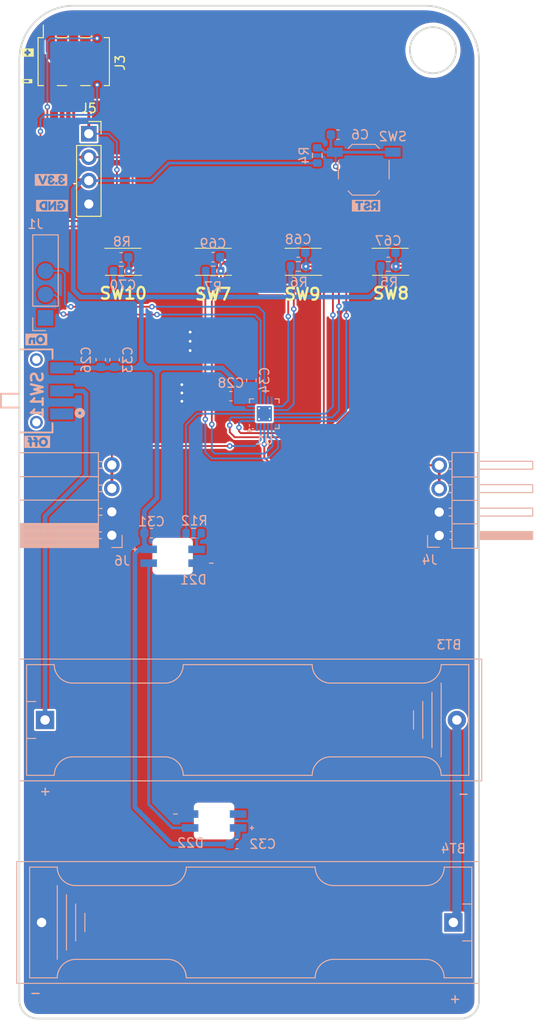
<source format=kicad_pcb>
(kicad_pcb (version 20241229) (generator "pcbnew") (generator_version "9.0")
  (layers (0 "F.Cu" signal) (2 "B.Cu" signal) (13 "F.Paste" user) (15 "B.Paste" user) (5 "F.SilkS" user "F.Silkscreen") (7 "B.SilkS" user "B.Silkscreen") (1 "F.Mask" user) (3 "B.Mask" user) (25 "Edge.Cuts" user))
  (net 0 "")
  (net 1 "GND")
  (net 2 "+3.3V")
  (net 3 "Net-(BT3--)")
  (net 4 "/NTST")
  (net 5 "VBUS")
  (net 6 "/SWDIO")
  (net 7 "/SWCLK")
  (net 8 "/RX")
  (net 9 "/SDA")
  (net 10 "/SCL")
  (net 11 "/GPIO1")
  (net 12 "/GPIO2")
  (net 13 "+BATT")
  (net 14 "/TX")
  (net 15 "/BTTN1")
  (net 16 "/BTTN2")
  (net 17 "/BTTN3")
  (net 18 "/BTTN4")
  (net 20 "/NEO")
  (net 21 "Net-(D21-DIN)")
  (net 23 "Net-(D21-DOUT)")
  (footprint "Footprints:TS1088R02026" (layer "F.Cu") (at 124.735 66.38)
    (property "Reference" "SW10" (at 0 3.42 0) (layer "F.SilkS") (effects (font (size 1.27 1.27) (thickness 0.254))))
    (property "Value" "SW_Push" (hide yes))
    (pad "1" smd rect (at -2.225 0) (size 1.05 2) (layers "F.Cu" "F.Mask" "F.Paste") (net 1 "GND"))
    (pad "2" smd rect (at 2.225 0) (size 1.05 2) (layers "F.Cu" "F.Mask" "F.Paste") (net 18 "/BTTN4"))
  )
  (footprint "kibuzzard-684312EA" (layer "F.Cu") (at 114.4 43.7)
    (property "Reference" "kibuzzard-684312EA" (hide yes))
    (property "Value" "G***" (hide yes))
  )
  (footprint "Footprints:TS1088R02026" (layer "F.Cu") (at 144.285 66.38)
    (property "Reference" "SW9" (at -0.085 3.52 0) (layer "F.SilkS") (effects (font (size 1.27 1.27) (thickness 0.254))))
    (property "Value" "SW_Push" (hide yes))
    (pad "1" smd rect (at -2.225 0) (size 1.05 2) (layers "F.Cu" "F.Mask" "F.Paste") (net 1 "GND"))
    (pad "2" smd rect (at 2.225 0) (size 1.05 2) (layers "F.Cu" "F.Mask" "F.Paste") (net 16 "/BTTN2"))
  )
  (footprint "Connector_PinSocket_2.54mm:PinSocket_1x04_P2.54mm_Vertical" (layer "F.Cu") (at 121 52.5)
    (property "Reference" "J5" (at 0 -2.77 0) (layer "F.SilkS"))
    (property "Value" "I2C")
    (pad "1" thru_hole rect (at 0 0) (size 1.7 1.7) (drill 1) (layers "*.Cu" "*.Mask") (net 9 "/SDA"))
    (pad "2" thru_hole circle (at 0 2.54) (size 1.7 1.7) (drill 1) (layers "*.Cu" "*.Mask") (net 10 "/SCL"))
    (pad "3" thru_hole circle (at 0 5.08) (size 1.7 1.7) (drill 1) (layers "*.Cu" "*.Mask") (net 2 "+3.3V"))
    (pad "4" thru_hole circle (at 0 7.62) (size 1.7 1.7) (drill 1) (layers "*.Cu" "*.Mask") (net 1 "GND"))
  )
  (footprint "Footprints:TS1088R02026" (layer "F.Cu") (at 153.735 66.38)
    (property "Reference" "SW8" (at 0.065 3.42 0) (layer "F.SilkS") (effects (font (size 1.27 1.27) (thickness 0.254))))
    (property "Value" "SW_Push" (hide yes))
    (pad "1" smd rect (at -2.225 0) (size 1.05 2) (layers "F.Cu" "F.Mask" "F.Paste") (net 1 "GND"))
    (pad "2" smd rect (at 2.225 0) (size 1.05 2) (layers "F.Cu" "F.Mask" "F.Paste") (net 15 "/BTTN1"))
  )
  (footprint "kibuzzard-684312F6" (layer "F.Cu") (at 114.3 46.8)
    (property "Reference" "kibuzzard-684312F6" (hide yes))
    (property "Value" "G***" (hide yes))
  )
  (footprint "Footprints:TS1088R02026" (layer "F.Cu") (at 134.51 66.38)
    (property "Reference" "SW7" (at -0.01 3.52 0) (layer "F.SilkS") (effects (font (size 1.27 1.27) (thickness 0.254))))
    (property "Value" "SW_Push" (hide yes))
    (pad "1" smd rect (at -2.225 0) (size 1.05 2) (layers "F.Cu" "F.Mask" "F.Paste") (net 1 "GND"))
    (pad "2" smd rect (at 2.225 0) (size 1.05 2) (layers "F.Cu" "F.Mask" "F.Paste") (net 17 "/BTTN3"))
  )
  (footprint "Connector_PinSocket_2.54mm:PinSocket_2x03_P2.54mm_Vertical_SMD" (layer "F.Cu") (at 119.36125 44.68 90)
    (property "Reference" "J3" (at -0.12 5.03875 90) (layer "F.SilkS"))
    (property "Value" "ADDON")
    (pad "1" smd rect (at 2.52 -2.54 90) (size 3 1) (layers "F.Cu" "F.Mask" "F.Paste") (net 2 "+3.3V"))
    (pad "2" smd rect (at -2.52 -2.54 90) (size 3 1) (layers "F.Cu" "F.Mask" "F.Paste") (net 1 "GND"))
    (pad "3" smd rect (at 2.52 0 90) (size 3 1) (layers "F.Cu" "F.Mask" "F.Paste") (net 9 "/SDA"))
    (pad "4" smd rect (at -2.52 0 90) (size 3 1) (layers "F.Cu" "F.Mask" "F.Paste") (net 10 "/SCL"))
    (pad "5" smd rect (at 2.52 2.54 90) (size 3 1) (layers "F.Cu" "F.Mask" "F.Paste") (net 12 "/GPIO2"))
    (pad "6" smd rect (at -2.52 2.54 90) (size 3 1) (layers "F.Cu" "F.Mask" "F.Paste") (net 11 "/GPIO1"))
  )
  (footprint "Battery:BatteryHolder_Keystone_2466_1xAAA" (layer "B.Cu") (at 160.575 138 180)
    (property "Reference" "BT4" (at 0 8 0) (layer "B.SilkS") (effects (justify mirror)))
    (property "Value" "Battery_Cell")
    (fp_text user "+" (at -0.185 -8.26 0) (layer "B.SilkS") (effects (justify mirror)))
    (fp_text user "-" (at 45.365 -7.62 0) (layer "B.SilkS") (effects (justify mirror)))
    (pad "1" thru_hole rect (at 0 0 180) (size 2 2) (drill 1.02) (layers "*.Cu" "*.Mask") (net 3 "Net-(BT3--)"))
    (pad "2" thru_hole circle (at 44.7 0 180) (size 2 2) (drill 1.02) (layers "*.Cu" "*.Mask") (net 1 "GND"))
  )
  (footprint "Connector_PinHeader_2.54mm:PinHeader_1x04_P2.54mm_Horizontal" (layer "B.Cu") (at 159.039 96.054001)
    (property "Reference" "J4" (at -1.039 2.645999 0) (layer "B.SilkS") (effects (justify mirror)))
    (property "Value" "Conn_01x04_Pin")
    (pad "1" thru_hole rect (at 0 0) (size 1.7 1.7) (drill 1) (layers "*.Cu" "*.Mask") (net 1 "GND"))
    (pad "2" thru_hole circle (at 0 -2.54) (size 1.7 1.7) (drill 1) (layers "*.Cu" "*.Mask") (net 1 "GND"))
    (pad "3" thru_hole circle (at 0 -5.08) (size 1.7 1.7) (drill 1) (layers "*.Cu" "*.Mask") (net 14 "/TX"))
    (pad "4" thru_hole circle (at 0 -7.62) (size 1.7 1.7) (drill 1) (layers "*.Cu" "*.Mask") (net 14 "/TX"))
  )
  (footprint "Package_DFN_QFN:QFN-20-1EP_3x3mm_P0.4mm_EP1.65x1.65mm_ThermalVias" (layer "B.Cu") (at 140.05 82.85)
    (property "Reference" "U1" (at 0 2.83 0) (layer "B.SilkS") (effects (justify mirror)))
    (property "Value" "PY32F030F28U6TR")
    (pad "1" smd roundrect (at -1.45 0.8) (size 0.85 0.2) (layers "B.Cu" "B.Mask" "B.Paste") (net 16 "/BTTN2"))
    (pad "2" smd roundrect (at -1.45 0.4) (size 0.85 0.2) (layers "B.Cu" "B.Mask" "B.Paste") (net 15 "/BTTN1"))
    (pad "3" smd roundrect (at -1.45 0) (size 0.85 0.2) (layers "B.Cu" "B.Mask" "B.Paste") (net 20 "/NEO"))
    (pad "4" smd roundrect (at -1.45 -0.4) (size 0.85 0.2) (layers "B.Cu" "B.Mask" "B.Paste") (net 1 "GND"))
    (pad "5" smd roundrect (at -1.45 -0.8) (size 0.85 0.2) (layers "B.Cu" "B.Mask" "B.Paste"))
    (pad "6" smd roundrect (at -0.8 -1.45) (size 0.2 0.85) (layers "B.Cu" "B.Mask" "B.Paste") (net 2 "+3.3V"))
    (pad "7" smd roundrect (at -0.4 -1.45) (size 0.2 0.85) (layers "B.Cu" "B.Mask" "B.Paste") (net 6 "/SWDIO"))
    (pad "8" smd roundrect (at 0 -1.45) (size 0.2 0.85) (layers "B.Cu" "B.Mask" "B.Paste") (net 7 "/SWCLK"))
    (pad "9" smd roundrect (at 0.4 -1.45) (size 0.2 0.85) (layers "B.Cu" "B.Mask" "B.Paste"))
    (pad "10" smd roundrect (at 0.8 -1.45) (size 0.2 0.85) (layers "B.Cu" "B.Mask" "B.Paste"))
    (pad "11" smd roundrect (at 1.45 -0.8) (size 0.85 0.2) (layers "B.Cu" "B.Mask" "B.Paste") (net 11 "/GPIO1"))
    (pad "12" smd roundrect (at 1.45 -0.4) (size 0.85 0.2) (layers "B.Cu" "B.Mask" "B.Paste") (net 12 "/GPIO2"))
    (pad "13" smd roundrect (at 1.45 0) (size 0.85 0.2) (layers "B.Cu" "B.Mask" "B.Paste") (net 9 "/SDA"))
    (pad "14" smd roundrect (at 1.45 0.4) (size 0.85 0.2) (layers "B.Cu" "B.Mask" "B.Paste") (net 10 "/SCL"))
    (pad "15" smd roundrect (at 1.45 0.8) (size 0.85 0.2) (layers "B.Cu" "B.Mask" "B.Paste") (net 4 "/NTST"))
    (pad "16" smd roundrect (at 0.8 1.45) (size 0.2 0.85) (layers "B.Cu" "B.Mask" "B.Paste") (net 18 "/BTTN4"))
    (pad "17" smd roundrect (at 0.4 1.45) (size 0.2 0.85) (layers "B.Cu" "B.Mask" "B.Paste") (net 17 "/BTTN3"))
    (pad "18" smd roundrect (at 0 1.45) (size 0.2 0.85) (layers "B.Cu" "B.Mask" "B.Paste") (net 14 "/TX"))
    (pad "19" smd roundrect (at -0.4 1.45) (size 0.2 0.85) (layers "B.Cu" "B.Mask" "B.Paste") (net 8 "/RX"))
    (pad "20" smd roundrect (at -0.8 1.45) (size 0.2 0.85) (layers "B.Cu" "B.Mask" "B.Paste"))
    (pad "21" thru_hole circle (at -0.575 -0.575) (size 0.5 0.5) (drill 0.2) (property pad_prop_heatsink) (layers "*.Cu"))
    (pad "21" thru_hole circle (at -0.575 0.575) (size 0.5 0.5) (drill 0.2) (property pad_prop_heatsink) (layers "*.Cu"))
    (pad "21" smd rect (at 0 0) (size 1.65 1.65) (property pad_prop_heatsink) (layers "F.Cu"))
    (pad "21" smd rect (at 0 0) (size 1.65 1.65) (property pad_prop_heatsink) (layers "B.Cu" "B.Mask"))
    (pad "21" thru_hole circle (at 0.575 -0.575) (size 0.5 0.5) (drill 0.2) (property pad_prop_heatsink) (layers "*.Cu"))
    (pad "21" thru_hole circle (at 0.575 0.575) (size 0.5 0.5) (drill 0.2) (property pad_prop_heatsink) (layers "*.Cu"))
  )
  (footprint "Resistor_SMD:R_0603_1608Metric" (layer "B.Cu") (at 143.735 66.88 180)
    (property "Reference" "R6" (at -0.065 -1.72 0) (layer "B.SilkS") (effects (justify mirror)))
    (property "Value" "10k")
    (pad "1" smd roundrect (at -0.825 0 180) (size 0.8 0.95) (layers "B.Cu" "B.Mask" "B.Paste") (net 16 "/BTTN2"))
    (pad "2" smd roundrect (at 0.825 0 180) (size 0.8 0.95) (layers "B.Cu" "B.Mask" "B.Paste") (net 2 "+3.3V"))
  )
  (footprint "Button_Switch_SMD:SW_SPST_TL3342" (layer "B.Cu") (at 150.85 56.4)
    (property "Reference" "SW2" (at 3.15 -3.6 0) (layer "B.SilkS") (effects (justify mirror)))
    (property "Value" "RESET")
    (pad "1" smd rect (at -3.15 1.9) (size 1.7 1) (layers "B.Cu" "B.Mask" "B.Paste") (net 1 "GND"))
    (pad "1" smd rect (at 3.15 1.9) (size 1.7 1) (layers "B.Cu" "B.Mask" "B.Paste") (net 1 "GND"))
    (pad "2" smd rect (at -3.15 -1.9) (size 1.7 1) (layers "B.Cu" "B.Mask" "B.Paste") (net 4 "/NTST"))
    (pad "2" smd rect (at 3.15 -1.9) (size 1.7 1) (layers "B.Cu" "B.Mask" "B.Paste") (net 4 "/NTST"))
  )
  (footprint "Capacitor_SMD:C_0603_1608Metric" (layer "B.Cu") (at 134.485 65.88 180)
    (property "Reference" "C69" (at 0 1.48 0) (layer "B.SilkS") (effects (justify mirror)))
    (property "Value" "10uF")
    (pad "1" smd roundrect (at -0.775 0 180) (size 0.9 0.95) (layers "B.Cu" "B.Mask" "B.Paste") (net 17 "/BTTN3"))
    (pad "2" smd roundrect (at 0.775 0 180) (size 0.9 0.95) (layers "B.Cu" "B.Mask" "B.Paste") (net 1 "GND"))
  )
  (footprint "Footprints:LED_SK6812-E" (layer "B.Cu") (at 130.1 98.3 180)
    (property "Reference" "D21" (at -2.25 -2.55 0) (layer "B.SilkS") (effects (justify mirror)))
    (property "Value" "SK6812MINI-E")
    (fp_line (start 1.7 1.5) (end 1.7 -1.5) (stroke (width 0.01)) (layer "Edge.Cuts"))
    (fp_line (start 1.7 -1.5) (end -1.7 -1.5) (stroke (width 0.01)) (layer "Edge.Cuts"))
    (fp_line (start -1.7 1.5) (end 1.7 1.5) (stroke (width 0.01)) (layer "Edge.Cuts"))
    (fp_line (start -1.7 -1.5) (end -1.7 1.5) (stroke (width 0.01)) (layer "Edge.Cuts"))
    (pad "1" smd rect (at 2.6 0.75 180) (size 1.8 0.82) (layers "B.Cu" "B.Mask" "B.Paste") (net 2 "+3.3V"))
    (pad "2" smd rect (at 2.6 -0.75 180) (size 1.8 0.82) (layers "B.Cu" "B.Mask" "B.Paste") (net 23 "Net-(D21-DOUT)"))
    (pad "3" smd rect (at -2.6 -0.75 180) (size 1.8 0.82) (layers "B.Cu" "B.Mask" "B.Paste") (net 1 "GND"))
    (pad "4" smd rect (at -2.6 0.75 180) (size 1.8 0.82) (layers "B.Cu" "B.Mask" "B.Paste") (net 21 "Net-(D21-DIN)"))
  )
  (footprint "Capacitor_SMD:C_0603_1608Metric" (layer "B.Cu") (at 153.51 65.38 180)
    (property "Reference" "C67" (at 0.01 1.28 0) (layer "B.SilkS") (effects (justify mirror)))
    (property "Value" "10uF")
    (pad "1" smd roundrect (at -0.775 0 180) (size 0.9 0.95) (layers "B.Cu" "B.Mask" "B.Paste") (net 15 "/BTTN1"))
    (pad "2" smd roundrect (at 0.775 0 180) (size 0.9 0.95) (layers "B.Cu" "B.Mask" "B.Paste") (net 1 "GND"))
  )
  (footprint "Capacitor_SMD:C_0603_1608Metric" (layer "B.Cu") (at 136.425 80.95 180)
    (property "Reference" "C28" (at 0 1.43 0) (layer "B.SilkS") (effects (justify mirror)))
    (property "Value" "10uF")
    (pad "1" smd roundrect (at -0.775 0 180) (size 0.9 0.95) (layers "B.Cu" "B.Mask" "B.Paste") (net 2 "+3.3V"))
    (pad "2" smd roundrect (at 0.775 0 180) (size 0.9 0.95) (layers "B.Cu" "B.Mask" "B.Paste") (net 1 "GND"))
  )
  (footprint "Resistor_SMD:R_0603_1608Metric" (layer "B.Cu") (at 134.51 67.38 180)
    (property "Reference" "R7" (at 0.025 -1.72 0) (layer "B.SilkS") (effects (justify mirror)))
    (property "Value" "10k")
    (pad "1" smd roundrect (at -0.825 0 180) (size 0.8 0.95) (layers "B.Cu" "B.Mask" "B.Paste") (net 17 "/BTTN3"))
    (pad "2" smd roundrect (at 0.825 0 180) (size 0.8 0.95) (layers "B.Cu" "B.Mask" "B.Paste") (net 2 "+3.3V"))
  )
  (footprint "Capacitor_SMD:C_0603_1608Metric" (layer "B.Cu") (at 127.8 95.8)
    (property "Reference" "C31" (at 0 -1.25 0) (layer "B.SilkS") (effects (justify mirror)))
    (property "Value" "100nF")
    (pad "1" smd roundrect (at -0.775 0) (size 0.9 0.95) (layers "B.Cu" "B.Mask" "B.Paste") (net 2 "+3.3V"))
    (pad "2" smd roundrect (at 0.775 0) (size 0.9 0.95) (layers "B.Cu" "B.Mask" "B.Paste") (net 1 "GND"))
  )
  (footprint "Connector_PinSocket_2.54mm:PinSocket_1x04_P2.54mm_Horizontal" (layer "B.Cu") (at 123.5 96.025)
    (property "Reference" "J6" (at 1.1 2.775 0) (layer "B.SilkS") (effects (justify mirror)))
    (property "Value" "Conn_01x04_Pin")
    (pad "1" thru_hole rect (at 0 0) (size 1.7 1.7) (drill 1) (layers "*.Cu" "*.Mask") (net 1 "GND"))
    (pad "2" thru_hole circle (at 0 -2.54) (size 1.7 1.7) (drill 1) (layers "*.Cu" "*.Mask") (net 1 "GND"))
    (pad "3" thru_hole circle (at 0 -5.08) (size 1.7 1.7) (drill 1) (layers "*.Cu" "*.Mask") (net 8 "/RX"))
    (pad "4" thru_hole circle (at 0 -7.62) (size 1.7 1.7) (drill 1) (layers "*.Cu" "*.Mask") (net 8 "/RX"))
  )
  (footprint "Connector_PinHeader_2.54mm:PinHeader_1x04_P2.54mm_Vertical" (layer "B.Cu") (at 116.298666 72.46)
    (property "Reference" "J1" (at -1.098666 -10.16 180) (layer "B.SilkS") (effects (justify mirror)))
    (property "Value" "SWDIO")
    (pad "1" smd rect (at 0 0) (size 1.7 1.7) (layers "B.Cu" "B.Mask" "B.Paste") (net 5 "VBUS"))
    (pad "2" smd circle (at 0 -2.54) (size 1.7 1.7) (layers "B.Cu" "B.Mask" "B.Paste") (net 6 "/SWDIO"))
    (pad "3" smd circle (at 0 -5.08) (size 1.7 1.7) (layers "B.Cu" "B.Mask" "B.Paste") (net 7 "/SWCLK"))
    (pad "4" smd circle (at 0 -7.62) (size 1.7 1.7) (layers "B.Cu" "B.Mask" "B.Paste") (net 1 "GND"))
  )
  (footprint "Resistor_SMD:R_0603_1608Metric" (layer "B.Cu") (at 145.8 54.85 -90)
    (property "Reference" "R4" (at 0 1.43 90) (layer "B.SilkS") (effects (justify mirror)))
    (property "Value" "10k")
    (pad "1" smd roundrect (at -0.825 0 270) (size 0.8 0.95) (layers "B.Cu" "B.Mask" "B.Paste") (net 4 "/NTST"))
    (pad "2" smd roundrect (at 0.825 0 270) (size 0.8 0.95) (layers "B.Cu" "B.Mask" "B.Paste") (net 2 "+3.3V"))
  )
  (footprint "kibuzzard-684312C0" (layer "B.Cu") (at 115.4 85.9 180)
    (property "Reference" "kibuzzard-684312C0" (hide yes))
    (property "Value" "G***" (hide yes))
  )
  (footprint "Resistor_SMD:R_0603_1608Metric" (layer "B.Cu") (at 132.375 95.8)
    (property "Reference" "R12" (at 0.075 -1.35 0) (layer "B.SilkS") (effects (justify mirror)))
    (property "Value" "1K")
    (pad "1" smd roundrect (at -0.825 0) (size 0.8 0.95) (layers "B.Cu" "B.Mask" "B.Paste") (net 20 "/NEO"))
    (pad "2" smd roundrect (at 0.825 0) (size 0.8 0.95) (layers "B.Cu" "B.Mask" "B.Paste") (net 21 "Net-(D21-DIN)"))
  )
  (footprint "kibuzzard-684312D7" (layer "B.Cu") (at 151.1 60.3 180)
    (property "Reference" "kibuzzard-684312D7" (hide yes))
    (property "Value" "G***" (hide yes))
  )
  (footprint "Capacitor_SMD:C_0603_1608Metric" (layer "B.Cu") (at 123.8 77 90)
    (property "Reference" "C33" (at 0 1.43 90) (layer "B.SilkS") (effects (justify mirror)))
    (property "Value" "100nF")
    (pad "1" smd roundrect (at -0.775 0 90) (size 0.9 0.95) (layers "B.Cu" "B.Mask" "B.Paste") (net 2 "+3.3V"))
    (pad "2" smd roundrect (at 0.775 0 90) (size 0.9 0.95) (layers "B.Cu" "B.Mask" "B.Paste") (net 1 "GND"))
  )
  (footprint "Capacitor_SMD:C_0603_1608Metric" (layer "B.Cu") (at 137.075 129.5)
    (property "Reference" "C32" (at 2.8 0 0) (layer "B.SilkS") (effects (justify mirror)))
    (property "Value" "100nF")
    (pad "1" smd roundrect (at -0.775 0) (size 0.9 0.95) (layers "B.Cu" "B.Mask" "B.Paste") (net 2 "+3.3V"))
    (pad "2" smd roundrect (at 0.775 0) (size 0.9 0.95) (layers "B.Cu" "B.Mask" "B.Paste") (net 1 "GND"))
  )
  (footprint "kibuzzard-684312AE" (layer "B.Cu") (at 115.3 74.8 180)
    (property "Reference" "kibuzzard-684312AE" (hide yes))
    (property "Value" "G***" (hide yes))
  )
  (footprint "Resistor_SMD:R_0603_1608Metric" (layer "B.Cu") (at 124.51 67.4 180)
    (property "Reference" "R8" (at -0.09 3.2 0) (layer "B.SilkS") (effects (justify mirror)))
    (property "Value" "10k")
    (pad "1" smd roundrect (at -0.825 0 180) (size 0.8 0.95) (layers "B.Cu" "B.Mask" "B.Paste") (net 18 "/BTTN4"))
    (pad "2" smd roundrect (at 0.825 0 180) (size 0.8 0.95) (layers "B.Cu" "B.Mask" "B.Paste") (net 2 "+3.3V"))
  )
  (footprint "kibuzzard-6843130E" (layer "B.Cu") (at 117 60.3 180)
    (property "Reference" "kibuzzard-6843130E" (hide yes))
    (property "Value" "G***" (hide yes))
  )
  (footprint "Footprints:LED_SK6812-E" (layer "B.Cu") (at 134.6 127)
    (property "Reference" "D22" (at -2.55 2.375 0) (layer "B.SilkS") (effects (justify mirror)))
    (property "Value" "SK6812MINI-E")
    (fp_line (start -1.7 -1.5) (end -1.7 1.5) (stroke (width 0.01)) (layer "Edge.Cuts"))
    (fp_line (start -1.7 1.5) (end 1.7 1.5) (stroke (width 0.01)) (layer "Edge.Cuts"))
    (fp_line (start 1.7 -1.5) (end -1.7 -1.5) (stroke (width 0.01)) (layer "Edge.Cuts"))
    (fp_line (start 1.7 1.5) (end 1.7 -1.5) (stroke (width 0.01)) (layer "Edge.Cuts"))
    (pad "1" smd rect (at 2.6 0.75) (size 1.8 0.82) (layers "B.Cu" "B.Mask" "B.Paste") (net 2 "+3.3V"))
    (pad "2" smd rect (at 2.6 -0.75) (size 1.8 0.82) (layers "B.Cu" "B.Mask" "B.Paste"))
    (pad "3" smd rect (at -2.6 -0.75) (size 1.8 0.82) (layers "B.Cu" "B.Mask" "B.Paste") (net 1 "GND"))
    (pad "4" smd rect (at -2.6 0.75) (size 1.8 0.82) (layers "B.Cu" "B.Mask" "B.Paste") (net 23 "Net-(D21-DOUT)"))
  )
  (footprint "Capacitor_SMD:C_0603_1608Metric" (layer "B.Cu") (at 138.65 79.225 90)
    (property "Reference" "C34" (at 0 1.43 90) (layer "B.SilkS") (effects (justify mirror)))
    (property "Value" "100nF")
    (pad "1" smd roundrect (at -0.775 0 90) (size 0.9 0.95) (layers "B.Cu" "B.Mask" "B.Paste") (net 2 "+3.3V"))
    (pad "2" smd roundrect (at 0.775 0 90) (size 0.9 0.95) (layers "B.Cu" "B.Mask" "B.Paste") (net 1 "GND"))
  )
  (footprint "Capacitor_SMD:C_0603_1608Metric" (layer "B.Cu") (at 124.51 65.9 180)
    (property "Reference" "C70" (at -0.19 -3 0) (layer "B.SilkS") (effects (justify mirror)))
    (property "Value" "10uF")
    (pad "1" smd roundrect (at -0.775 0 180) (size 0.9 0.95) (layers "B.Cu" "B.Mask" "B.Paste") (net 18 "/BTTN4"))
    (pad "2" smd roundrect (at 0.775 0 180) (size 0.9 0.95) (layers "B.Cu" "B.Mask" "B.Paste") (net 1 "GND"))
  )
  (footprint "Capacitor_SMD:C_0603_1608Metric" (layer "B.Cu") (at 143.735 65.38 180)
    (property "Reference" "C68" (at 0 1.43 0) (layer "B.SilkS") (effects (justify mirror)))
    (property "Value" "10uF")
    (pad "1" smd roundrect (at -0.775 0 180) (size 0.9 0.95) (layers "B.Cu" "B.Mask" "B.Paste") (net 16 "/BTTN2"))
    (pad "2" smd roundrect (at 0.775 0 180) (size 0.9 0.95) (layers "B.Cu" "B.Mask" "B.Paste") (net 1 "GND"))
  )
  (footprint "Capacitor_SMD:C_0603_1608Metric" (layer "B.Cu") (at 122.3 77 90)
    (property "Reference" "C26" (at 0 -1.6 90) (layer "B.SilkS") (effects (justify mirror)))
    (property "Value" "10uF")
    (pad "1" smd roundrect (at -0.775 0 90) (size 0.9 0.95) (layers "B.Cu" "B.Mask" "B.Paste") (net 2 "+3.3V"))
    (pad "2" smd roundrect (at 0.775 0 90) (size 0.9 0.95) (layers "B.Cu" "B.Mask" "B.Paste") (net 1 "GND"))
  )
  (footprint "Battery:BatteryHolder_Keystone_2466_1xAAA" (layer "B.Cu") (at 116.25 116.05)
    (property "Reference" "BT3" (at 43.85 -8.15 0) (layer "B.SilkS") (effects (justify mirror)))
    (property "Value" "Battery_Cell")
    (fp_text user "+" (at 0.025 7.7 0) (layer "B.SilkS") (effects (justify mirror)))
    (fp_text user "-" (at 45.425 7.975 0) (layer "B.SilkS") (effects (justify mirror)))
    (pad "1" thru_hole rect (at 0 0) (size 2 2) (drill 1.02) (layers "*.Cu" "*.Mask") (net 13 "+BATT"))
    (pad "2" thru_hole circle (at 44.7 0) (size 2 2) (drill 1.02) (layers "*.Cu" "*.Mask") (net 3 "Net-(BT3--)"))
  )
  (footprint "Footprints:JS102011SAQN" (layer "B.Cu") (at 117.06 80.38 90)
    (property "Reference" "SW11" (at -0.43 -1.647 90) (layer "B.SilkS") (effects (font (size 1.27 1.27) (thickness 0.254)) (justify mirror)))
    (property "Value" "ON" (hide yes))
    (pad "1" smd rect (at -2.5 1 90) (size 1.2 2.5) (layers "B.Cu" "B.Mask" "B.Paste"))
    (pad "2" smd rect (at 0 1 90) (size 1.2 2.5) (layers "B.Cu" "B.Mask" "B.Paste") (net 13 "+BATT"))
    (pad "3" smd rect (at 2.5 1 90) (size 1.2 2.5) (layers "B.Cu" "B.Mask" "B.Paste") (net 2 "+3.3V"))
    (pad "4" thru_hole circle (at -3.4 -1.75 90) (size 1.4 1.4) (drill 0.9) (layers "*.Cu" "*.Mask"))
    (pad "5" thru_hole circle (at 3.4 -1.75 90) (size 1.4 1.4) (drill 0.9) (layers "*.Cu" "*.Mask"))
  )
  (footprint "Resistor_SMD:R_0603_1608Metric" (layer "B.Cu") (at 153.51 66.88 180)
    (property "Reference" "R5" (at -0.09 -1.72 0) (layer "B.SilkS") (effects (justify mirror)))
    (property "Value" "10k")
    (pad "1" smd roundrect (at -0.825 0 180) (size 0.8 0.95) (layers "B.Cu" "B.Mask" "B.Paste") (net 15 "/BTTN1"))
    (pad "2" smd roundrect (at 0.825 0 180) (size 0.8 0.95) (layers "B.Cu" "B.Mask" "B.Paste") (net 2 "+3.3V"))
  )
  (footprint "Capacitor_SMD:C_0603_1608Metric" (layer "B.Cu") (at 148.05 52.6)
    (property "Reference" "C6" (at 2.4 0 0) (layer "B.SilkS") (effects (justify mirror)))
    (property "Value" "100nF")
    (pad "1" smd roundrect (at -0.775 0) (size 0.9 0.95) (layers "B.Cu" "B.Mask" "B.Paste") (net 4 "/NTST"))
    (pad "2" smd roundrect (at 0.775 0) (size 0.9 0.95) (layers "B.Cu" "B.Mask" "B.Paste") (net 1 "GND"))
  )
  (footprint "kibuzzard-68431305" (layer "B.Cu") (at 116.9 57.5 180)
    (property "Reference" "kibuzzard-68431305" (hide yes))
    (property "Value" "G***" (hide yes))
  )
  (gr_line (start 163.357237 44.499195) (end 163.357237 146.409585) (stroke (width 0.2)) (layer "Edge.Cuts"))
  (gr_curve (pts (xy 163.357237 146.409585) (xy 163.392437 147.536445) (xy 162.512097 148.416805) (xy 161.385237 148.416805)) (stroke (width 0.2)) (layer "Edge.Cuts"))
  (gr_curve (pts (xy 157.476437 38.618395) (xy 160.716157 38.618395) (xy 163.357237 41.259475) (xy 163.357237 44.499195)) (stroke (width 0.2)) (layer "Edge.Cuts"))
  (gr_curve (pts (xy 159.313869 45.752828) (xy 160.248138 45.365842) (xy 160.857298 44.45417) (xy 160.857298 43.442924)) (stroke (width 0.2)) (layer "Edge.Cuts"))
  (gr_line (start 113.458477 146.409585) (end 113.458477 44.499195) (stroke (width 0.2)) (layer "Edge.Cuts"))
  (gr_curve (pts (xy 156.589151 45.210848) (xy 157.30421 45.925907) (xy 158.3796 46.139815) (xy 159.313869 45.752828)) (stroke (width 0.2)) (layer "Edge.Cuts"))
  (gr_curve (pts (xy 115.465697 148.416805) (xy 114.374047 148.416805) (xy 113.458477 147.536445) (xy 113.458477 146.409585)) (stroke (width 0.2)) (layer "Edge.Cuts"))
  (gr_curve (pts (xy 113.458477 44.499195) (xy 113.458477 41.259475) (xy 116.099557 38.618395) (xy 119.339277 38.618395)) (stroke (width 0.2)) (layer "Edge.Cuts"))
  (gr_curve (pts (xy 160.125 41.675) (xy 159.656117 41.206117) (xy 159.020176 40.942702) (xy 158.357075 40.942702)) (stroke (width 0.2)) (layer "Edge.Cuts"))
  (gr_line (start 119.339277 38.618395) (end 157.476437 38.618395) (stroke (width 0.2)) (layer "Edge.Cuts"))
  (gr_curve (pts (xy 156.047171 42.486131) (xy 155.660184 43.4204) (xy 155.874093 44.49579) (xy 156.589151 45.210848)) (stroke (width 0.2)) (layer "Edge.Cuts"))
  (gr_curve (pts (xy 160.857298 43.442924) (xy 160.857298 42.779824) (xy 160.593882 42.143883) (xy 160.125 41.675)) (stroke (width 0.2)) (layer "Edge.Cuts"))
  (gr_curve (pts (xy 158.357075 40.942702) (xy 157.34583 40.942702) (xy 156.434158 41.551861) (xy 156.047171 42.486131)) (stroke (width 0.2)) (layer "Edge.Cuts"))
  (gr_line (start 161.385237 148.416805) (end 115.465697 148.416805) (stroke (width 0.2)) (layer "Edge.Cuts"))
  (via (at 132 74) (size 0.6) (drill 0.3) (layers "F.Cu" "B.Cu") (net 1))
  (via (at 131.1 80.6) (size 0.6) (drill 0.3) (layers "F.Cu" "B.Cu") (net 1))
  (via (at 132 76) (size 0.6) (drill 0.3) (layers "F.Cu" "B.Cu") (net 1))
  (via (at 132 75) (size 0.6) (drill 0.3) (layers "F.Cu" "B.Cu") (net 1))
  (via (at 131.1 79.7) (size 0.6) (drill 0.3) (layers "F.Cu" "B.Cu") (net 1))
  (via (at 131.1 81.5) (size 0.6) (drill 0.3) (layers "F.Cu" "B.Cu") (net 1))
  (segment (start 137.55 82.45) (end 137.5 82.4) (width 0.2) (layer "B.Cu") (net 1))
  (segment (start 138.6 82.45) (end 137.55 82.45) (width 0.2) (layer "B.Cu") (net 1))
  (segment (start 118.1 56.1) (end 118.1 45.5) (width 0.5) (layer "F.Cu") (net 2))
  (segment (start 118.1 45.5) (end 116.82125 44.22125) (width 0.5) (layer "F.Cu") (net 2))
  (segment (start 116.82125 44.22125) (end 116.82125 42.16) (width 0.5) (layer "F.Cu") (net 2))
  (segment (start 121 57.58) (end 119.58 57.58) (width 0.5) (layer "F.Cu") (net 2))
  (segment (start 119.58 57.58) (end 118.1 56.1) (width 0.5) (layer "F.Cu") (net 2))
  (segment (start 119.3 69.4) (end 119.3 58.55) (width 0.5) (layer "B.Cu") (net 2))
  (segment (start 124.2 70.2) (end 123.3 70.2) (width 0.5) (layer "B.Cu") (net 2))
  (segment (start 137.2 128.662074) (end 137.2 127.75) (width 0.5) (layer "B.Cu") (net 2))
  (segment (start 127.5 97.55) (end 126.45 97.55) (width 0.5) (layer "B.Cu") (net 2))
  (segment (start 120.1 70.2) (end 119.3 69.4) (width 0.5) (layer "B.Cu") (net 2))
  (segment (start 123.685 69.685) (end 123.685 69.815) (width 0.5) (layer "B.Cu") (net 2))
  (segment (start 123.685 69.685) (end 124.2 70.2) (width 0.5) (layer "B.Cu") (net 2))
  (segment (start 126.7 70.7) (end 127.2 70.2) (width 0.5) (layer "B.Cu") (net 2))
  (segment (start 137.2 80.95) (end 137.2 79.6) (width 0.5) (layer "B.Cu") (net 2))
  (segment (start 128.88 77.9) (end 128.4 78.38) (width 0.5) (layer "B.Cu") (net 2))
  (segment (start 133.685 69.715) (end 133.715 69.715) (width 0.5) (layer "B.Cu") (net 2))
  (segment (start 127.025 95.8) (end 127.025 96.949) (width 0.5) (layer "B.Cu") (net 2))
  (segment (start 127.2 70.2) (end 133.2 70.2) (width 0.5) (layer "B.Cu") (net 2))
  (segment (start 125.82 77.88) (end 126.12 77.88) (width 0.5) (layer "B.Cu") (net 2))
  (segment (start 125.4 70.2) (end 124.2 70.2) (width 0.5) (layer "B.Cu") (net 2))
  (segment (start 120.27 57.58) (end 121 57.58) (width 0.5) (layer "B.Cu") (net 2))
  (segment (start 127.8 77.88) (end 135.48 77.88) (width 0.5) (layer "B.Cu") (net 2))
  (segment (start 128.4 78.38) (end 128.4 92) (width 0.5) (layer "B.Cu") (net 2))
  (segment (start 135.5 77.9) (end 128.88 77.9) (width 0.5) (layer "B.Cu") (net 2))
  (segment (start 143.3 70.2) (end 151.5 70.2) (width 0.5) (layer "B.Cu") (net 2))
  (segment (start 126.7 77.3) (end 126.7 70.7) (width 0.5) (layer "B.Cu") (net 2))
  (segment (start 127.77 57.58) (end 121 57.58) (width 0.3) (layer "B.Cu") (net 2))
  (segment (start 142.5 70.2) (end 143.3 70.2) (width 0.5) (layer "B.Cu") (net 2))
  (segment (start 134.2 70.2) (end 142.5 70.2) (width 0.5) (layer "B.Cu") (net 2))
  (segment (start 126.12 77.88) (end 126.7 77.3) (width 0.5) (layer "B.Cu") (net 2))
  (segment (start 123.685 67.4) (end 123.685 69.685) (width 0.5) (layer "B.Cu") (net 2))
  (segment (start 126 98) (end 126 125.5) (width 0.5) (layer "B.Cu") (net 2))
  (segment (start 133.2 70.2) (end 134.2 70.2) (width 0.5) (layer "B.Cu") (net 2))
  (segment (start 127.2 77.88) (end 127.2 77.8) (width 0.5) (layer "B.Cu") (net 2))
  (segment (start 136.3 129.5) (end 136.362074 129.5) (width 0.5) (layer "B.Cu") (net 2))
  (segment (start 152.685 69.015) (end 152.685 66.88) (width 0.5) (layer "B.Cu") (net 2))
  (segment (start 118.06 77.88) (end 125.82 77.88) (width 0.5) (layer "B.Cu") (net 2))
  (segment (start 123.685 69.815) (end 123.3 70.2) (width 0.5) (layer "B.Cu") (net 2))
  (segment (start 130 129.5) (end 136.3 129.5) (width 0.5) (layer "B.Cu") (net 2))
  (segment (start 126 125.5) (end 130 129.5) (width 0.5) (layer "B.Cu") (net 2))
  (segment (start 133.715 69.715) (end 134.2 70.2) (width 0.5) (layer "B.Cu") (net 2))
  (segment (start 128.4 92) (end 127.025 93.375) (width 0.5) (layer "B.Cu") (net 2))
  (segment (start 151.5 70.2) (end 152.685 69.015) (width 0.5) (layer "B.Cu") (net 2))
  (segment (start 119.3 58.55) (end 120.27 57.58) (width 0.5) (layer "B.Cu") (net 2))
  (segment (start 127.025 93.375) (end 127.025 95.8) (width 0.5) (layer "B.Cu") (net 2))
  (segment (start 127.8 77.88) (end 127.9 77.88) (width 0.5) (layer "B.Cu") (net 2))
  (segment (start 135.48 77.88) (end 135.5 77.9) (width 0.5) (layer "B.Cu") (net 2))
  (segment (start 136.362074 129.5) (end 137.2 128.662074) (width 0.5) (layer "B.Cu") (net 2))
  (segment (start 133.685 67.38) (end 133.685 69.715) (width 0.5) (layer "B.Cu") (net 2))
  (segment (start 137.2 79.6) (end 135.5 77.9) (width 0.5) (layer "B.Cu") (net 2))
  (segment (start 125.4 70.2) (end 126.2 70.2) (width 0.5) (layer "B.Cu") (net 2))
  (segment (start 142.91 69.79) (end 142.5 70.2) (width 0.5) (layer "B.Cu") (net 2))
  (segment (start 127.9 77.88) (end 128.4 78.38) (width 0.5) (layer "B.Cu") (net 2))
  (segment (start 127.2 77.88) (end 127.8 77.88) (width 0.5) (layer "B.Cu") (net 2))
  (segment (start 127.025 96.949) (end 127.5 97.424) (width 0.5) (layer "B.Cu") (net 2))
  (segment (start 129.675 55.675) (end 127.77 57.58) (width 0.3) (layer "B.Cu") (net 2))
  (segment (start 126.45 97.55) (end 126 98) (width 0.5) (layer "B.Cu") (net 2))
  (segment (start 142.91 66.88) (end 142.91 69.79) (width 0.5) (layer "B.Cu") (net 2))
  (segment (start 126.2 70.2) (end 126.7 70.7) (width 0.5) (layer "B.Cu") (net 2))
  (segment (start 126.2 70.2) (end 127.2 70.2) (width 0.5) (layer "B.Cu") (net 2))
  (segment (start 142.91 69.81) (end 143.3 70.2) (width 0.5) (layer "B.Cu") (net 2))
  (segment (start 145.8 55.675) (end 129.675 55.675) (width 0.3) (layer "B.Cu") (net 2))
  (segment (start 123.3 70.2) (end 120.1 70.2) (width 0.5) (layer "B.Cu") (net 2))
  (segment (start 125.82 77.88) (end 127.2 77.88) (width 0.5) (layer "B.Cu") (net 2))
  (segment (start 133.685 69.715) (end 133.2 70.2) (width 0.5) (layer "B.Cu") (net 2))
  (segment (start 127.2 77.8) (end 126.7 77.3) (width 0.5) (layer "B.Cu") (net 2))
  (segment (start 142.91 69.79) (end 142.91 69.81) (width 0.5) (layer "B.Cu") (net 2))
  (segment (start 160.95 137.625) (end 160.575 138) (width 1) (layer "B.Cu") (net 3))
  (segment (start 160.95 116.05) (end 160.95 137.625) (width 1) (layer "B.Cu") (net 3))
  (segment (start 148.9 57.25) (end 147.8 56.15) (width 0.2) (layer "F.Cu") (net 4))
  (segment (start 147.8 56.15) (end 147.8 56.05) (width 0.2) (layer "F.Cu") (net 4))
  (segment (start 148.95 72.2) (end 148.95 57.3) (width 0.2) (layer "F.Cu") (net 4))
  (segment (start 148.95 57.3) (end 148.9 57.25) (width 0.2) (layer "F.Cu") (net 4))
  (via (at 148.95 72.2) (size 0.6) (drill 0.3) (layers "F.Cu" "B.Cu") (net 4))
  (via (at 147.8 56.05) (size 0.6) (drill 0.3) (layers "F.Cu" "B.Cu") (net 4))
  (segment (start 141.5 83.65) (end 147.9 83.65) (width 0.2) (layer "B.Cu") (net 4))
  (segment (start 147.7 54.5) (end 154 54.5) (width 0.3) (layer "B.Cu") (net 4))
  (segment (start 147.9 83.65) (end 148.95 82.6) (width 0.2) (layer "B.Cu") (net 4))
  (segment (start 146.6 54.5) (end 147.7 54.5) (width 0.3) (layer "B.Cu") (net 4))
  (segment (start 147.275 52.6) (end 147.275 54.075) (width 0.3) (layer "B.Cu") (net 4))
  (segment (start 148.95 82.6) (end 148.95 72.2) (width 0.2) (layer "B.Cu") (net 4))
  (segment (start 145.8 54.025) (end 146.125 54.025) (width 0.3) (layer "B.Cu") (net 4))
  (segment (start 146.125 54.025) (end 146.6 54.5) (width 0.3) (layer "B.Cu") (net 4))
  (segment (start 147.8 54.6) (end 147.7 54.5) (width 0.2) (layer "B.Cu") (net 4))
  (segment (start 147.8 56.05) (end 147.8 54.6) (width 0.2) (layer "B.Cu") (net 4))
  (segment (start 147.275 54.075) (end 147.7 54.5) (width 0.3) (layer "B.Cu") (net 4))
  (segment (start 118.3 72.1) (end 118.25 72.05) (width 0.2) (layer "F.Cu") (net 6))
  (segment (start 128.4 72.1) (end 118.3 72.1) (width 0.2) (layer "F.Cu") (net 6))
  (via (at 128.4 72.1) (size 0.6) (drill 0.3) (layers "F.Cu" "B.Cu") (net 6))
  (via (at 118.25 72.05) (size 0.6) (drill 0.3) (layers "F.Cu" "B.Cu") (net 6))
  (segment (start 117.8 70.45) (end 117.8 71.85) (width 0.2) (layer "B.Cu") (net 6))
  (segment (start 139 72.1) (end 139.65 72.75) (width 0.2) (layer "B.Cu") (net 6))
  (segment (start 117.3 69.95) (end 117.8 70.45) (width 0.2) (layer "B.Cu") (net 6))
  (segment (start 116.328666 69.95) (end 117.3 69.95) (width 0.2) (layer "B.Cu") (net 6))
  (segment (start 139.65 72.75) (end 139.65 81.4) (width 0.2) (layer "B.Cu") (net 6))
  (segment (start 118 72.05) (end 118.25 72.05) (width 0.2) (layer "B.Cu") (net 6))
  (segment (start 128.4 72.1) (end 139 72.1) (width 0.2) (layer "B.Cu") (net 6))
  (segment (start 116.298666 69.92) (end 116.328666 69.95) (width 0.2) (layer "B.Cu") (net 6))
  (segment (start 117.8 71.85) (end 118 72.05) (width 0.2) (layer "B.Cu") (net 6))
  (segment (start 127.85 71.25) (end 119.05 71.25) (width 0.2) (layer "F.Cu") (net 7))
  (via (at 119.05 71.25) (size 0.6) (drill 0.3) (layers "F.Cu" "B.Cu") (net 7))
  (via (at 127.85 71.25) (size 0.6) (drill 0.3) (layers "F.Cu" "B.Cu") (net 7))
  (segment (start 140.05 71.9) (end 140.05 81.4) (width 0.2) (layer "B.Cu") (net 7))
  (segment (start 116.328666 67.35) (end 116.298666 67.38) (width 0.2) (layer "B.Cu") (net 7))
  (segment (start 118.05 67.35) (end 116.328666 67.35) (width 0.2) (layer "B.Cu") (net 7))
  (segment (start 118.7 71.25) (end 118.4 70.95) (width 0.2) (layer "B.Cu") (net 7))
  (segment (start 119.05 71.25) (end 118.7 71.25) (width 0.2) (layer "B.Cu") (net 7))
  (segment (start 139.4 71.25) (end 140.05 71.9) (width 0.2) (layer "B.Cu") (net 7))
  (segment (start 118.4 67.7) (end 118.05 67.35) (width 0.2) (layer "B.Cu") (net 7))
  (segment (start 118.4 70.95) (end 118.4 67.7) (width 0.2) (layer "B.Cu") (net 7))
  (segment (start 127.85 71.25) (end 139.4 71.25) (width 0.2) (layer "B.Cu") (net 7))
  (segment (start 123.5 88.405) (end 123.5 90.945) (width 0.3) (layer "F.Cu") (net 8))
  (segment (start 136.3 86.35) (end 124.35 86.35) (width 0.2) (layer "F.Cu") (net 8))
  (segment (start 124.35 86.35) (end 123.5 87.2) (width 0.2) (layer "F.Cu") (net 8))
  (segment (start 123.5 87.2) (end 123.5 88.405) (width 0.2) (layer "F.Cu") (net 8))
  (via (at 136.3 86.35) (size 0.6) (drill 0.3) (layers "F.Cu" "B.Cu") (net 8))
  (segment (start 139.65 85.7) (end 139 86.35) (width 0.2) (layer "B.Cu") (net 8))
  (segment (start 139 86.35) (end 136.3 86.35) (width 0.2) (layer "B.Cu") (net 8))
  (segment (start 139.65 84.3) (end 139.65 85.7) (width 0.2) (layer "B.Cu") (net 8))
  (segment (start 119.36125 44.16125) (end 120.55 45.35) (width 0.3) (layer "F.Cu") (net 9))
  (segment (start 146.9 61.05) (end 129.95 61.05) (width 0.2) (layer "F.Cu") (net 9))
  (segment (start 125.1 61.05) (end 124.5 60.45) (width 0.2) (layer "F.Cu") (net 9))
  (segment (start 147.15 61.3) (end 146.9 61.05) (width 0.2) (layer "F.Cu") (net 9))
  (segment (start 121 49.95) (end 121 52.5) (width 0.3) (layer "F.Cu") (net 9))
  (segment (start 124.05 60) (end 124.05 56.4) (width 0.2) (layer "F.Cu") (net 9))
  (segment (start 120.55 49.5) (end 121 49.95) (width 0.3) (layer "F.Cu") (net 9))
  (segment (start 129.95 61.05) (end 125.1 61.05) (width 0.2) (layer "F.Cu") (net 9))
  (segment (start 147.5 72.15) (end 147.5 61.65) (width 0.2) (layer "F.Cu") (net 9))
  (segment (start 147.5 61.65) (end 147.15 61.3) (width 0.2) (layer "F.Cu") (net 9))
  (segment (start 120.55 45.35) (end 120.55 49.5) (width 0.3) (layer "F.Cu") (net 9))
  (segment (start 119.36125 42.16) (end 119.36125 44.16125) (width 0.3) (layer "F.Cu") (net 9))
  (segment (start 124.5 60.45) (end 124.05 60) (width 0.2) (layer "F.Cu") (net 9))
  (via (at 147.5 72.15) (size 0.6) (drill 0.3) (layers "F.Cu" "B.Cu") (net 9))
  (via (at 124.05 56.4) (size 0.6) (drill 0.3) (layers "F.Cu" "B.Cu") (net 9))
  (segment (start 147.45 82.1) (end 147.5 82.05) (width 0.2) (layer "B.Cu") (net 9))
  (segment (start 124.05 53.4) (end 123.15 52.5) (width 0.2) (layer "B.Cu") (net 9))
  (segment (start 147.5 82.05) (end 147.5 72.15) (width 0.2) (layer "B.Cu") (net 9))
  (segment (start 124.05 56.4) (end 124.05 53.4) (width 0.2) (layer "B.Cu") (net 9))
  (segment (start 123.15 52.5) (end 121 52.5) (width 0.2) (layer "B.Cu") (net 9))
  (segment (start 141.5 82.85) (end 144.25 82.85) (width 0.2) (layer "B.Cu") (net 9))
  (segment (start 146.7 82.85) (end 147.45 82.1) (width 0.2) (layer "B.Cu") (net 9))
  (segment (start 144.25 82.85) (end 146.7 82.85) (width 0.2) (layer "B.Cu") (net 9))
  (segment (start 147.2 60.4) (end 126.75 60.4) (width 0.2) (layer "F.Cu") (net 10))
  (segment (start 119.36125 47.2) (end 119.36125 54.56125) (width 0.3) (layer "F.Cu") (net 10))
  (segment (start 119.36125 54.56125) (end 119.84 55.04) (width 0.3) (layer "F.Cu") (net 10))
  (segment (start 126.75 60.4) (end 125.75 59.4) (width 0.2) (layer "F.Cu") (net 10))
  (segment (start 148.15 71.2) (end 148.15 61.35) (width 0.2) (layer "F.Cu") (net 10))
  (segment (start 124.74 55.04) (end 121 55.04) (width 0.2) (layer "F.Cu") (net 10))
  (segment (start 125.75 56.05) (end 124.74 55.04) (width 0.2) (layer "F.Cu") (net 10))
  (segment (start 119.84 55.04) (end 121 55.04) (width 0.3) (layer "F.Cu") (net 10))
  (segment (start 148.15 61.35) (end 147.2 60.4) (width 0.2) (layer "F.Cu") (net 10))
  (segment (start 125.75 59.4) (end 125.75 56.05) (width 0.2) (layer "F.Cu") (net 10))
  (via (at 148.15 71.2) (size 0.6) (drill 0.3) (layers "F.Cu" "B.Cu") (net 10))
  (segment (start 141.5 83.25) (end 146.45 83.25) (width 0.2) (layer "B.Cu") (net 10))
  (segment (start 147.4 83.25) (end 147.7 82.95) (width 0.2) (layer "B.Cu") (net 10))
  (segment (start 146.45 83.25) (end 147.4 83.25) (width 0.2) (layer "B.Cu") (net 10))
  (segment (start 147.7 82.95) (end 148.15 82.5) (width 0.2) (layer "B.Cu") (net 10))
  (segment (start 148.15 82.5) (end 148.15 71.2) (width 0.2) (layer "B.Cu") (net 10))
  (segment (start 142.3 69.6) (end 142.65 69.95) (width 0.2) (layer "F.Cu") (net 11))
  (segment (start 139.3 69.3) (end 139.6 69.6) (width 0.2) (layer "F.Cu") (net 11))
  (segment (start 115.75 52.25) (end 115.75 61.7) (width 0.2) (layer "F.Cu") (net 11))
  (segment (start 139.3 63.95) (end 139.3 69.3) (width 0.2) (layer "F.Cu") (net 11))
  (segment (start 142.65 69.95) (end 142.65 72.3) (width 0.2) (layer "F.Cu") (net 11))
  (segment (start 139.6 69.6) (end 142.3 69.6) (width 0.2) (layer "F.Cu") (net 11))
  (segment (start 137.9 62.55) (end 139.3 63.95) (width 0.2) (layer "F.Cu") (net 11))
  (segment (start 116.6 62.55) (end 137.9 62.55) (width 0.2) (layer "F.Cu") (net 11))
  (segment (start 115.75 61.7) (end 116.6 62.55) (width 0.2) (layer "F.Cu") (net 11))
  (via (at 115.75 52.25) (size 0.6) (drill 0.3) (layers "F.Cu" "B.Cu") (net 11))
  (via (at 142.65 72.3) (size 0.6) (drill 0.3) (layers "F.Cu" "B.Cu") (net 11))
  (via (at 121.90125 47.2) (size 0.6) (drill 0.3) (layers "F.Cu" "B.Cu") (net 11))
  (segment (start 142 82.05) (end 142.4 81.65) (width 0.2) (layer "B.Cu") (net 11))
  (segment (start 142.65 81.4) (end 142.65 72.3) (width 0.2) (layer "B.Cu") (net 11))
  (segment (start 115.75 51.45) (end 115.75 50.9) (width 0.2) (layer "B.Cu") (net 11))
  (segment (start 116.2 50.45) (end 121.4 50.45) (width 0.2) (layer "B.Cu") (net 11))
  (segment (start 142.4 81.65) (end 142.65 81.4) (width 0.2) (layer "B.Cu") (net 11))
  (segment (start 121.90125 49.94875) (end 121.90125 47.2) (width 0.2) (layer "B.Cu") (net 11))
  (segment (start 141.5 82.05) (end 142 82.05) (width 0.2) (layer "B.Cu") (net 11))
  (segment (start 115.75 50.9) (end 116.2 50.45) (width 0.2) (layer "B.Cu") (net 11))
  (segment (start 121.4 50.45) (end 121.90125 49.94875) (width 0.2) (layer "B.Cu") (net 11))
  (segment (start 115.75 52.25) (end 115.75 51.45) (width 0.2) (layer "B.Cu") (net 11))
  (segment (start 139.8 68.45) (end 140.4 69.05) (width 0.2) (layer "F.Cu") (net 12))
  (segment (start 139.8 63.05) (end 139.8 68.45) (width 0.2) (layer "F.Cu") (net 12))
  (segment (start 140.4 69.05) (end 142.85 69.05) (width 0.2) (layer "F.Cu") (net 12))
  (segment (start 116.5 61.2) (end 117.25 61.95) (width 0.2) (layer "F.Cu") (net 12))
  (segment (start 116.5 49.6) (end 116.5 61.2) (width 0.2) (layer "F.Cu") (net 12))
  (segment (start 143.25 69.45) (end 143.25 71.5) (width 0.2) (layer "F.Cu") (net 12))
  (segment (start 117.25 61.95) (end 138.7 61.95) (width 0.2) (layer "F.Cu") (net 12))
  (segment (start 142.85 69.05) (end 143.25 69.45) (width 0.2) (layer "F.Cu") (net 12))
  (segment (start 138.7 61.95) (end 139.8 63.05) (width 0.2) (layer "F.Cu") (net 12))
  (via (at 116.5 49.6) (size 0.6) (drill 0.3) (layers "F.Cu" "B.Cu") (net 12))
  (via (at 121.90125 42.16) (size 0.6) (drill 0.3) (layers "F.Cu" "B.Cu") (net 12))
  (via (at 143.25 71.5) (size 0.6) (drill 0.3) (layers "F.Cu" "B.Cu") (net 12))
  (segment (start 116.5 42.5) (end 116.84 42.16) (width 0.2) (layer "B.Cu") (net 12))
  (segment (start 116.5 49.6) (end 116.5 42.5) (width 0.2) (layer "B.Cu") (net 12))
  (segment (start 143.25 81.8) (end 143.25 72.15) (width 0.2) (layer "B.Cu") (net 12))
  (segment (start 116.84 42.16) (end 121.90125 42.16) (width 0.2) (layer "B.Cu") (net 12))
  (segment (start 143.25 72.15) (end 143.25 71.5) (width 0.2) (layer "B.Cu") (net 12))
  (segment (start 141.5 82.45) (end 142.6 82.45) (width 0.2) (layer "B.Cu") (net 12))
  (segment (start 142.6 82.45) (end 143.25 81.8) (width 0.2) (layer "B.Cu") (net 12))
  (segment (start 116.25 116.05) (end 116.25 93.95) (width 0.5) (layer "B.Cu") (net 13))
  (segment (start 120.38 80.38) (end 118.06 80.38) (width 0.5) (layer "B.Cu") (net 13))
  (segment (start 120.7 80.7) (end 120.38 80.38) (width 0.5) (layer "B.Cu") (net 13))
  (segment (start 120.7 89.5) (end 120.7 80.7) (width 0.5) (layer "B.Cu") (net 13))
  (segment (start 116.25 93.95) (end 120.7 89.5) (width 0.5) (layer "B.Cu") (net 13))
  (segment (start 140.05 87.6) (end 140.884001 88.434001) (width 0.2) (layer "F.Cu") (net 14))
  (segment (start 159.039 88.434001) (end 159.039 90.974001) (width 0.3) (layer "F.Cu") (net 14))
  (segment (start 140.884001 88.434001) (end 159.039 88.434001) (width 0.2) (layer "F.Cu") (net 14))
  (segment (start 140.05 86.15) (end 140.05 87.6) (width 0.2) (layer "F.Cu") (net 14))
  (via (at 140.05 86.15) (size 0.6) (drill 0.3) (layers "F.Cu" "B.Cu") (net 14))
  (segment (start 140.05 86.15) (end 140.05 84.3) (width 0.2) (layer "B.Cu") (net 14))
  (segment (start 155.8 71.7) (end 154.8 72.7) (width 0.2) (layer "F.Cu") (net 15))
  (segment (start 150.15 77.85) (end 150.15 81.75) (width 0.2) (layer "F.Cu") (net 15))
  (segment (start 146.5 85.4) (end 137 85.4) (width 0.2) (layer "F.Cu") (net 15))
  (segment (start 149.85 82.05) (end 146.5 85.4) (width 0.2) (layer "F.Cu") (net 15))
  (segment (start 150.15 81.75) (end 149.85 82.05) (width 0.2) (layer "F.Cu") (net 15))
  (segment (start 137 85.4) (end 136.85 85.4) (width 0.2) (layer "F.Cu") (net 15))
  (segment (start 150.95 73.1) (end 150.15 73.9) (width 0.2) (layer "F.Cu") (net 15))
  (segment (start 136.3 84.85) (end 136.3 84.1) (width 0.2) (layer "F.Cu") (net 15))
  (segment (start 150.15 73.9) (end 150.15 77.85) (width 0.2) (layer "F.Cu") (net 15))
  (segment (start 153.15 72.7) (end 151.35 72.7) (width 0.2) (layer "F.Cu") (net 15))
  (segment (start 136.85 85.4) (end 136.3 84.85) (width 0.2) (layer "F.Cu") (net 15))
  (segment (start 155.96 71.54) (end 155.8 71.7) (width 0.2) (layer "F.Cu") (net 15))
  (segment (start 154.8 72.7) (end 153.15 72.7) (width 0.2) (layer "F.Cu") (net 15))
  (segment (start 155.96 66.38) (end 155.96 71.54) (width 0.2) (layer "F.Cu") (net 15))
  (segment (start 155.54 66.8) (end 154.415 66.8) (width 0.2) (layer "F.Cu") (net 15))
  (segment (start 151.35 72.7) (end 150.95 73.1) (width 0.2) (layer "F.Cu") (net 15))
  (segment (start 155.96 66.38) (end 155.54 66.8) (width 0.2) (layer "F.Cu") (net 15))
  (segment (start 154.415 66.8) (end 154.335 66.88) (width 0.2) (layer "F.Cu") (net 15))
  (via (at 154.335 66.88) (size 0.6) (drill 0.3) (layers "F.Cu" "B.Cu") (net 15))
  (via (at 136.3 84.1) (size 0.6) (drill 0.3) (layers "F.Cu" "B.Cu") (net 15))
  (segment (start 136.5 83.25) (end 138.6 83.25) (width 0.2) (layer "B.Cu") (net 15))
  (segment (start 136.3 84.1) (end 136.3 83.45) (width 0.2) (layer "B.Cu") (net 15))
  (segment (start 154.335 66.88) (end 154.335 65.43) (width 0.2) (layer "B.Cu") (net 15))
  (segment (start 136.3 83.45) (end 136.5 83.25) (width 0.2) (layer "B.Cu") (net 15))
  (segment (start 154.335 65.43) (end 154.285 65.38) (width 0.2) (layer "B.Cu") (net 15))
  (segment (start 137.4 84.85) (end 137.3 84.75) (width 0.2) (layer "F.Cu") (net 16))
  (segment (start 137.5 84.95) (end 137.4 84.85) (width 0.2) (layer "F.Cu") (net 16))
  (segment (start 137.95 84.95) (end 137.5 84.95) (width 0.2) (layer "F.Cu") (net 16))
  (segment (start 146.51 66.38) (end 145.97 66.38) (width 0.2) (layer "F.Cu") (net 16))
  (segment (start 145.5 84.95) (end 137.95 84.95) (width 0.2) (layer "F.Cu") (net 16))
  (segment (start 146.51 66.38) (end 146.51 83.94) (width 0.2) (layer "F.Cu") (net 16))
  (segment (start 145.97 66.38) (end 145.47 66.88) (width 0.2) (layer "F.Cu") (net 16))
  (segment (start 137.3 84.75) (end 137.3 84.35) (width 0.2) (layer "F.Cu") (net 16))
  (segment (start 145.47 66.88) (end 144.56 66.88) (width 0.2) (layer "F.Cu") (net 16))
  (segment (start 145.8 84.65) (end 145.5 84.95) (width 0.2) (layer "F.Cu") (net 16))
  (segment (start 146.51 83.94) (end 145.8 84.65) (width 0.2) (layer "F.Cu") (net 16))
  (via (at 144.56 66.88) (size 0.6) (drill 0.3) (layers "F.Cu" "B.Cu") (net 16))
  (via (at 137.3 84.35) (size 0.6) (drill 0.3) (layers "F.Cu" "B.Cu") (net 16))
  (segment (start 144.56 66.88) (end 144.56 65.43) (width 0.2) (layer "B.Cu") (net 16))
  (segment (start 137.3 83.85) (end 137.5 83.65) (width 0.2) (layer "B.Cu") (net 16))
  (segment (start 144.56 65.43) (end 144.51 65.38) (width 0.2) (layer "B.Cu") (net 16))
  (segment (start 137.3 84.35) (end 137.3 83.85) (width 0.2) (layer "B.Cu") (net 16))
  (segment (start 138.6 83.65) (end 137.5 83.65) (width 0.2) (layer "B.Cu") (net 16))
  (segment (start 134.35 70.1) (end 135.335 69.115) (width 0.2) (layer "F.Cu") (net 17))
  (segment (start 135.335 67.38) (end 135.335 66.765) (width 0.2) (layer "F.Cu") (net 17))
  (segment (start 135.335 66.765) (end 135.72 66.38) (width 0.2) (layer "F.Cu") (net 17))
  (segment (start 135.335 69.115) (end 135.335 67.38) (width 0.2) (layer "F.Cu") (net 17))
  (segment (start 134.35 84) (end 134.35 70.1) (width 0.2) (layer "F.Cu") (net 17))
  (segment (start 135.72 66.38) (end 136.735 66.38) (width 0.2) (layer "F.Cu") (net 17))
  (via (at 135.335 67.38) (size 0.6) (drill 0.3) (layers "F.Cu" "B.Cu") (net 17))
  (via (at 134.35 84) (size 0.6) (drill 0.3) (layers "F.Cu" "B.Cu") (net 17))
  (segment (start 140.95 85.8) (end 140.95 86.35) (width 0.2) (layer "B.Cu") (net 17))
  (segment (start 134.675 87.175) (end 134.35 86.85) (width 0.2) (layer "B.Cu") (net 17))
  (segment (start 134.35 86.85) (end 134.35 84) (width 0.2) (layer "B.Cu") (net 17))
  (segment (start 140.125 87.175) (end 134.675 87.175) (width 0.2) (layer "B.Cu") (net 17))
  (segment (start 135.26 65.88) (end 135.26 67.305) (width 0.2) (layer "B.Cu") (net 17))
  (segment (start 140.95 86.35) (end 140.125 87.175) (width 0.2) (layer "B.Cu") (net 17))
  (segment (start 140.45 85.3) (end 140.95 85.8) (width 0.2) (layer "B.Cu") (net 17))
  (segment (start 135.26 67.305) (end 135.335 67.38) (width 0.2) (layer "B.Cu") (net 17))
  (segment (start 140.45 84.3) (end 140.45 85.3) (width 0.2) (layer "B.Cu") (net 17))
  (segment (start 125.75 67.4) (end 125.335 67.4) (width 0.2) (layer "F.Cu") (net 18))
  (segment (start 126.96 68.39) (end 127.87 69.3) (width 0.2) (layer "F.Cu") (net 18))
  (segment (start 126.77 66.38) (end 125.75 67.4) (width 0.2) (layer "F.Cu") (net 18))
  (segment (start 126.96 66.38) (end 126.77 66.38) (width 0.2) (layer "F.Cu") (net 18))
  (segment (start 126.96 66.38) (end 126.96 68.39) (width 0.2) (layer "F.Cu") (net 18))
  (segment (start 133.1 69.3) (end 133.65 69.85) (width 0.2) (layer "F.Cu") (net 18))
  (segment (start 127.87 69.3) (end 133.1 69.3) (width 0.2) (layer "F.Cu") (net 18))
  (segment (start 133.65 69.85) (end 133.65 83.45) (width 0.2) (layer "F.Cu") (net 18))
  (via (at 125.335 67.4) (size 0.6) (drill 0.3) (layers "F.Cu" "B.Cu") (net 18))
  (via (at 133.65 83.45) (size 0.6) (drill 0.3) (layers "F.Cu" "B.Cu") (net 18))
  (segment (start 125.335 67.33) (end 125.285 67.38) (width 0.3) (layer "B.Cu") (net 18))
  (segment (start 141.55 86.55) (end 141.55 86.3) (width 0.2) (layer "B.Cu") (net 18))
  (segment (start 134.35 87.7) (end 140.4 87.7) (width 0.2) (layer "B.Cu") (net 18))
  (segment (start 141.1 85.35) (end 141.55 85.8) (width 0.2) (layer "B.Cu") (net 18))
  (segment (start 133.65 87) (end 134.35 87.7) (width 0.2) (layer "B.Cu") (net 18))
  (segment (start 125.335 65.88) (end 125.335 67.33) (width 0.3) (layer "B.Cu") (net 18))
  (segment (start 140.85 84.3) (end 140.85 85.1) (width 0.2) (layer "B.Cu") (net 18))
  (segment (start 140.4 87.7) (end 141.55 86.55) (width 0.2) (layer "B.Cu") (net 18))
  (segment (start 141.55 85.8) (end 141.55 86.3) (width 0.2) (layer "B.Cu") (net 18))
  (segment (start 133.65 83.45) (end 133.65 87) (width 0.2) (layer "B.Cu") (net 18))
  (segment (start 140.85 85.1) (end 141.1 85.35) (width 0.2) (layer "B.Cu") (net 18))
  (segment (start 131.55 84.05) (end 131.55 95.8) (width 0.2) (layer "B.Cu") (net 20))
  (segment (start 132.75 82.85) (end 131.55 84.05) (width 0.2) (layer "B.Cu") (net 20))
  (segment (start 138.6 82.85) (end 132.75 82.85) (width 0.2) (layer "B.Cu") (net 20))
  (segment (start 132.7 96.5) (end 133.1 96.1) (width 0.3) (layer "B.Cu") (net 21))
  (segment (start 132.7 97.55) (end 132.7 96.5) (width 0.3) (layer "B.Cu") (net 21))
  (segment (start 127.5 99.05) (end 127.5 125.2) (width 0.3) (layer "B.Cu") (net 23))
  (segment (start 130.05 127.75) (end 132 127.75) (width 0.3) (layer "B.Cu") (net 23))
  (segment (start 127.5 125.2) (end 130.05 127.75) (width 0.3) (layer "B.Cu") (net 23))
  (zone (net 1) (net_name "GND") (layers "F.Cu" "B.Cu") (priority 1) (connect_pads yes (clearance 0)) (min_thickness 0.25) (fill yes (thermal_gap 0.5) (thermal_bridge_width 0.5))
    (polygon (pts (xy 164 38) (xy 164 149) (xy 113 149) (xy 113 38)))
  )
  (zone (net 2) (net_name "+3.3V") (layer "B.Cu") (priority 1) (connect_pads yes (clearance 0)) (min_thickness 0.25) (fill yes (thermal_gap 0.5) (thermal_bridge_width 0.5))
    (polygon (pts (xy 139.4 81.8) (xy 139.4 79.4) (xy 136.75 79.4) (xy 136.75 81.8)))
  )
)
</source>
